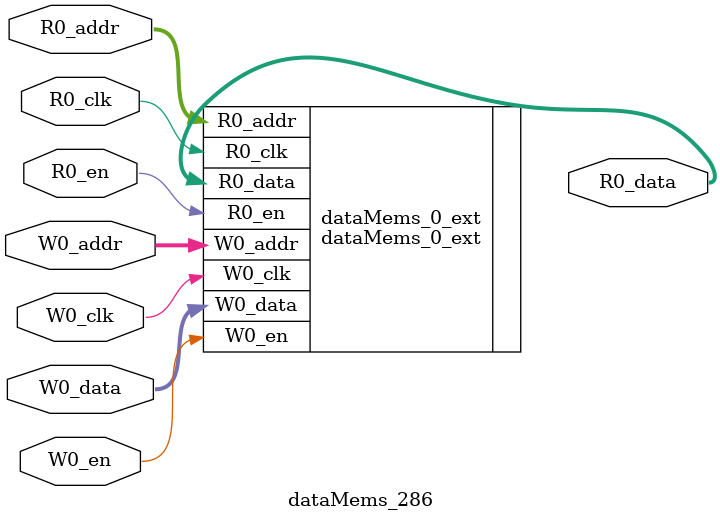
<source format=sv>
`ifndef RANDOMIZE
  `ifdef RANDOMIZE_REG_INIT
    `define RANDOMIZE
  `endif // RANDOMIZE_REG_INIT
`endif // not def RANDOMIZE
`ifndef RANDOMIZE
  `ifdef RANDOMIZE_MEM_INIT
    `define RANDOMIZE
  `endif // RANDOMIZE_MEM_INIT
`endif // not def RANDOMIZE

`ifndef RANDOM
  `define RANDOM $random
`endif // not def RANDOM

// Users can define 'PRINTF_COND' to add an extra gate to prints.
`ifndef PRINTF_COND_
  `ifdef PRINTF_COND
    `define PRINTF_COND_ (`PRINTF_COND)
  `else  // PRINTF_COND
    `define PRINTF_COND_ 1
  `endif // PRINTF_COND
`endif // not def PRINTF_COND_

// Users can define 'ASSERT_VERBOSE_COND' to add an extra gate to assert error printing.
`ifndef ASSERT_VERBOSE_COND_
  `ifdef ASSERT_VERBOSE_COND
    `define ASSERT_VERBOSE_COND_ (`ASSERT_VERBOSE_COND)
  `else  // ASSERT_VERBOSE_COND
    `define ASSERT_VERBOSE_COND_ 1
  `endif // ASSERT_VERBOSE_COND
`endif // not def ASSERT_VERBOSE_COND_

// Users can define 'STOP_COND' to add an extra gate to stop conditions.
`ifndef STOP_COND_
  `ifdef STOP_COND
    `define STOP_COND_ (`STOP_COND)
  `else  // STOP_COND
    `define STOP_COND_ 1
  `endif // STOP_COND
`endif // not def STOP_COND_

// Users can define INIT_RANDOM as general code that gets injected into the
// initializer block for modules with registers.
`ifndef INIT_RANDOM
  `define INIT_RANDOM
`endif // not def INIT_RANDOM

// If using random initialization, you can also define RANDOMIZE_DELAY to
// customize the delay used, otherwise 0.002 is used.
`ifndef RANDOMIZE_DELAY
  `define RANDOMIZE_DELAY 0.002
`endif // not def RANDOMIZE_DELAY

// Define INIT_RANDOM_PROLOG_ for use in our modules below.
`ifndef INIT_RANDOM_PROLOG_
  `ifdef RANDOMIZE
    `ifdef VERILATOR
      `define INIT_RANDOM_PROLOG_ `INIT_RANDOM
    `else  // VERILATOR
      `define INIT_RANDOM_PROLOG_ `INIT_RANDOM #`RANDOMIZE_DELAY begin end
    `endif // VERILATOR
  `else  // RANDOMIZE
    `define INIT_RANDOM_PROLOG_
  `endif // RANDOMIZE
`endif // not def INIT_RANDOM_PROLOG_

// Include register initializers in init blocks unless synthesis is set
`ifndef SYNTHESIS
  `ifndef ENABLE_INITIAL_REG_
    `define ENABLE_INITIAL_REG_
  `endif // not def ENABLE_INITIAL_REG_
`endif // not def SYNTHESIS

// Include rmemory initializers in init blocks unless synthesis is set
`ifndef SYNTHESIS
  `ifndef ENABLE_INITIAL_MEM_
    `define ENABLE_INITIAL_MEM_
  `endif // not def ENABLE_INITIAL_MEM_
`endif // not def SYNTHESIS

module dataMems_286(	// @[generators/ara/src/main/scala/UnsafeAXI4ToTL.scala:365:62]
  input  [4:0]  R0_addr,
  input         R0_en,
  input         R0_clk,
  output [66:0] R0_data,
  input  [4:0]  W0_addr,
  input         W0_en,
  input         W0_clk,
  input  [66:0] W0_data
);

  dataMems_0_ext dataMems_0_ext (	// @[generators/ara/src/main/scala/UnsafeAXI4ToTL.scala:365:62]
    .R0_addr (R0_addr),
    .R0_en   (R0_en),
    .R0_clk  (R0_clk),
    .R0_data (R0_data),
    .W0_addr (W0_addr),
    .W0_en   (W0_en),
    .W0_clk  (W0_clk),
    .W0_data (W0_data)
  );
endmodule


</source>
